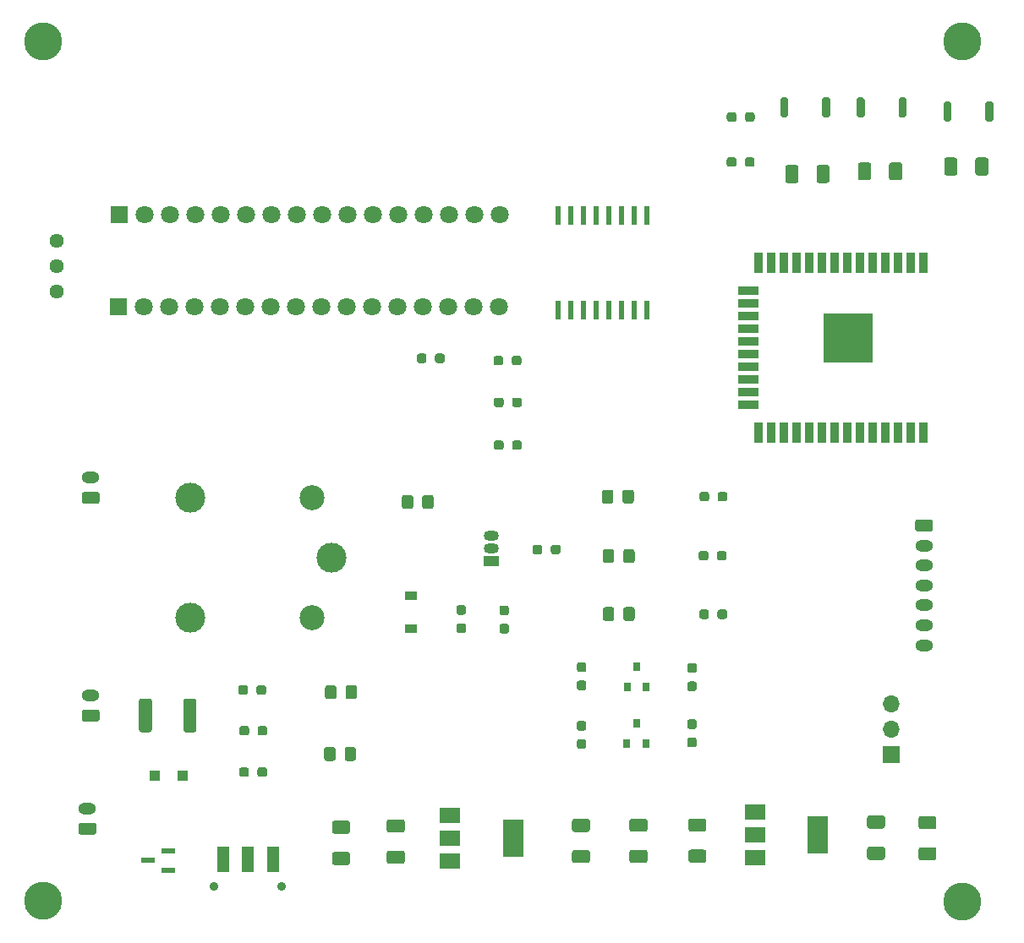
<source format=gbr>
%TF.GenerationSoftware,KiCad,Pcbnew,(5.1.10)-1*%
%TF.CreationDate,2022-05-26T21:18:39-05:00*%
%TF.ProjectId,SE,53452e6b-6963-4616-945f-706362585858,rev?*%
%TF.SameCoordinates,Original*%
%TF.FileFunction,Soldermask,Top*%
%TF.FilePolarity,Negative*%
%FSLAX46Y46*%
G04 Gerber Fmt 4.6, Leading zero omitted, Abs format (unit mm)*
G04 Created by KiCad (PCBNEW (5.1.10)-1) date 2022-05-26 21:18:39*
%MOMM*%
%LPD*%
G01*
G04 APERTURE LIST*
%ADD10C,3.800000*%
%ADD11C,1.800000*%
%ADD12R,1.800000X1.800000*%
%ADD13R,1.320800X0.558800*%
%ADD14R,2.000000X1.500000*%
%ADD15R,2.000000X3.800000*%
%ADD16R,0.568000X1.874000*%
%ADD17R,0.900000X2.000000*%
%ADD18R,2.000000X0.900000*%
%ADD19R,5.000000X5.000000*%
%ADD20C,0.900000*%
%ADD21R,1.250000X2.500000*%
%ADD22C,1.440000*%
%ADD23R,1.500000X1.050000*%
%ADD24O,1.500000X1.050000*%
%ADD25R,0.800000X0.900000*%
%ADD26C,3.000000*%
%ADD27C,2.500000*%
%ADD28O,1.800000X1.200000*%
%ADD29O,1.700000X1.700000*%
%ADD30R,1.700000X1.700000*%
%ADD31R,1.100000X1.100000*%
%ADD32R,1.200000X0.900000*%
G04 APERTURE END LIST*
%TO.C,D8*%
G36*
G01*
X145000000Y-126519999D02*
X145000000Y-127420001D01*
G75*
G02*
X144750001Y-127670000I-249999J0D01*
G01*
X144099999Y-127670000D01*
G75*
G02*
X143850000Y-127420001I0J249999D01*
G01*
X143850000Y-126519999D01*
G75*
G02*
X144099999Y-126270000I249999J0D01*
G01*
X144750001Y-126270000D01*
G75*
G02*
X145000000Y-126519999I0J-249999D01*
G01*
G37*
G36*
G01*
X147050000Y-126519999D02*
X147050000Y-127420001D01*
G75*
G02*
X146800001Y-127670000I-249999J0D01*
G01*
X146149999Y-127670000D01*
G75*
G02*
X145900000Y-127420001I0J249999D01*
G01*
X145900000Y-126519999D01*
G75*
G02*
X146149999Y-126270000I249999J0D01*
G01*
X146800001Y-126270000D01*
G75*
G02*
X147050000Y-126519999I0J-249999D01*
G01*
G37*
%TD*%
%TO.C,D7*%
G36*
G01*
X144910000Y-132709999D02*
X144910000Y-133610001D01*
G75*
G02*
X144660001Y-133860000I-249999J0D01*
G01*
X144009999Y-133860000D01*
G75*
G02*
X143760000Y-133610001I0J249999D01*
G01*
X143760000Y-132709999D01*
G75*
G02*
X144009999Y-132460000I249999J0D01*
G01*
X144660001Y-132460000D01*
G75*
G02*
X144910000Y-132709999I0J-249999D01*
G01*
G37*
G36*
G01*
X146960000Y-132709999D02*
X146960000Y-133610001D01*
G75*
G02*
X146710001Y-133860000I-249999J0D01*
G01*
X146059999Y-133860000D01*
G75*
G02*
X145810000Y-133610001I0J249999D01*
G01*
X145810000Y-132709999D01*
G75*
G02*
X146059999Y-132460000I249999J0D01*
G01*
X146710001Y-132460000D01*
G75*
G02*
X146960000Y-132709999I0J-249999D01*
G01*
G37*
%TD*%
%TO.C,D4*%
G36*
G01*
X153580000Y-108360001D02*
X153580000Y-107459999D01*
G75*
G02*
X153829999Y-107210000I249999J0D01*
G01*
X154480001Y-107210000D01*
G75*
G02*
X154730000Y-107459999I0J-249999D01*
G01*
X154730000Y-108360001D01*
G75*
G02*
X154480001Y-108610000I-249999J0D01*
G01*
X153829999Y-108610000D01*
G75*
G02*
X153580000Y-108360001I0J249999D01*
G01*
G37*
G36*
G01*
X151530000Y-108360001D02*
X151530000Y-107459999D01*
G75*
G02*
X151779999Y-107210000I249999J0D01*
G01*
X152430001Y-107210000D01*
G75*
G02*
X152680000Y-107459999I0J-249999D01*
G01*
X152680000Y-108360001D01*
G75*
G02*
X152430001Y-108610000I-249999J0D01*
G01*
X151779999Y-108610000D01*
G75*
G02*
X151530000Y-108360001I0J249999D01*
G01*
G37*
%TD*%
%TO.C,D3*%
G36*
G01*
X173710000Y-119590001D02*
X173710000Y-118689999D01*
G75*
G02*
X173959999Y-118440000I249999J0D01*
G01*
X174610001Y-118440000D01*
G75*
G02*
X174860000Y-118689999I0J-249999D01*
G01*
X174860000Y-119590001D01*
G75*
G02*
X174610001Y-119840000I-249999J0D01*
G01*
X173959999Y-119840000D01*
G75*
G02*
X173710000Y-119590001I0J249999D01*
G01*
G37*
G36*
G01*
X171660000Y-119590001D02*
X171660000Y-118689999D01*
G75*
G02*
X171909999Y-118440000I249999J0D01*
G01*
X172560001Y-118440000D01*
G75*
G02*
X172810000Y-118689999I0J-249999D01*
G01*
X172810000Y-119590001D01*
G75*
G02*
X172560001Y-119840000I-249999J0D01*
G01*
X171909999Y-119840000D01*
G75*
G02*
X171660000Y-119590001I0J249999D01*
G01*
G37*
%TD*%
%TO.C,D2*%
G36*
G01*
X173710000Y-113780001D02*
X173710000Y-112879999D01*
G75*
G02*
X173959999Y-112630000I249999J0D01*
G01*
X174610001Y-112630000D01*
G75*
G02*
X174860000Y-112879999I0J-249999D01*
G01*
X174860000Y-113780001D01*
G75*
G02*
X174610001Y-114030000I-249999J0D01*
G01*
X173959999Y-114030000D01*
G75*
G02*
X173710000Y-113780001I0J249999D01*
G01*
G37*
G36*
G01*
X171660000Y-113780001D02*
X171660000Y-112879999D01*
G75*
G02*
X171909999Y-112630000I249999J0D01*
G01*
X172560001Y-112630000D01*
G75*
G02*
X172810000Y-112879999I0J-249999D01*
G01*
X172810000Y-113780001D01*
G75*
G02*
X172560001Y-114030000I-249999J0D01*
G01*
X171909999Y-114030000D01*
G75*
G02*
X171660000Y-113780001I0J249999D01*
G01*
G37*
%TD*%
%TO.C,D1*%
G36*
G01*
X173620000Y-107830001D02*
X173620000Y-106929999D01*
G75*
G02*
X173869999Y-106680000I249999J0D01*
G01*
X174520001Y-106680000D01*
G75*
G02*
X174770000Y-106929999I0J-249999D01*
G01*
X174770000Y-107830001D01*
G75*
G02*
X174520001Y-108080000I-249999J0D01*
G01*
X173869999Y-108080000D01*
G75*
G02*
X173620000Y-107830001I0J249999D01*
G01*
G37*
G36*
G01*
X171570000Y-107830001D02*
X171570000Y-106929999D01*
G75*
G02*
X171819999Y-106680000I249999J0D01*
G01*
X172470001Y-106680000D01*
G75*
G02*
X172720000Y-106929999I0J-249999D01*
G01*
X172720000Y-107830001D01*
G75*
G02*
X172470001Y-108080000I-249999J0D01*
G01*
X171819999Y-108080000D01*
G75*
G02*
X171570000Y-107830001I0J249999D01*
G01*
G37*
%TD*%
%TO.C,C10*%
G36*
G01*
X204820001Y-140700000D02*
X203519999Y-140700000D01*
G75*
G02*
X203270000Y-140450001I0J249999D01*
G01*
X203270000Y-139624999D01*
G75*
G02*
X203519999Y-139375000I249999J0D01*
G01*
X204820001Y-139375000D01*
G75*
G02*
X205070000Y-139624999I0J-249999D01*
G01*
X205070000Y-140450001D01*
G75*
G02*
X204820001Y-140700000I-249999J0D01*
G01*
G37*
G36*
G01*
X204820001Y-143825000D02*
X203519999Y-143825000D01*
G75*
G02*
X203270000Y-143575001I0J249999D01*
G01*
X203270000Y-142749999D01*
G75*
G02*
X203519999Y-142500000I249999J0D01*
G01*
X204820001Y-142500000D01*
G75*
G02*
X205070000Y-142749999I0J-249999D01*
G01*
X205070000Y-143575001D01*
G75*
G02*
X204820001Y-143825000I-249999J0D01*
G01*
G37*
%TD*%
%TO.C,C9*%
G36*
G01*
X199680001Y-140640000D02*
X198379999Y-140640000D01*
G75*
G02*
X198130000Y-140390001I0J249999D01*
G01*
X198130000Y-139564999D01*
G75*
G02*
X198379999Y-139315000I249999J0D01*
G01*
X199680001Y-139315000D01*
G75*
G02*
X199930000Y-139564999I0J-249999D01*
G01*
X199930000Y-140390001D01*
G75*
G02*
X199680001Y-140640000I-249999J0D01*
G01*
G37*
G36*
G01*
X199680001Y-143765000D02*
X198379999Y-143765000D01*
G75*
G02*
X198130000Y-143515001I0J249999D01*
G01*
X198130000Y-142689999D01*
G75*
G02*
X198379999Y-142440000I249999J0D01*
G01*
X199680001Y-142440000D01*
G75*
G02*
X199930000Y-142689999I0J-249999D01*
G01*
X199930000Y-143515001D01*
G75*
G02*
X199680001Y-143765000I-249999J0D01*
G01*
G37*
%TD*%
%TO.C,C8*%
G36*
G01*
X175880001Y-140960000D02*
X174579999Y-140960000D01*
G75*
G02*
X174330000Y-140710001I0J249999D01*
G01*
X174330000Y-139884999D01*
G75*
G02*
X174579999Y-139635000I249999J0D01*
G01*
X175880001Y-139635000D01*
G75*
G02*
X176130000Y-139884999I0J-249999D01*
G01*
X176130000Y-140710001D01*
G75*
G02*
X175880001Y-140960000I-249999J0D01*
G01*
G37*
G36*
G01*
X175880001Y-144085000D02*
X174579999Y-144085000D01*
G75*
G02*
X174330000Y-143835001I0J249999D01*
G01*
X174330000Y-143009999D01*
G75*
G02*
X174579999Y-142760000I249999J0D01*
G01*
X175880001Y-142760000D01*
G75*
G02*
X176130000Y-143009999I0J-249999D01*
G01*
X176130000Y-143835001D01*
G75*
G02*
X175880001Y-144085000I-249999J0D01*
G01*
G37*
%TD*%
%TO.C,C7*%
G36*
G01*
X181780001Y-140940000D02*
X180479999Y-140940000D01*
G75*
G02*
X180230000Y-140690001I0J249999D01*
G01*
X180230000Y-139864999D01*
G75*
G02*
X180479999Y-139615000I249999J0D01*
G01*
X181780001Y-139615000D01*
G75*
G02*
X182030000Y-139864999I0J-249999D01*
G01*
X182030000Y-140690001D01*
G75*
G02*
X181780001Y-140940000I-249999J0D01*
G01*
G37*
G36*
G01*
X181780001Y-144065000D02*
X180479999Y-144065000D01*
G75*
G02*
X180230000Y-143815001I0J249999D01*
G01*
X180230000Y-142989999D01*
G75*
G02*
X180479999Y-142740000I249999J0D01*
G01*
X181780001Y-142740000D01*
G75*
G02*
X182030000Y-142989999I0J-249999D01*
G01*
X182030000Y-143815001D01*
G75*
G02*
X181780001Y-144065000I-249999J0D01*
G01*
G37*
%TD*%
%TO.C,C6*%
G36*
G01*
X170130001Y-140970000D02*
X168829999Y-140970000D01*
G75*
G02*
X168580000Y-140720001I0J249999D01*
G01*
X168580000Y-139894999D01*
G75*
G02*
X168829999Y-139645000I249999J0D01*
G01*
X170130001Y-139645000D01*
G75*
G02*
X170380000Y-139894999I0J-249999D01*
G01*
X170380000Y-140720001D01*
G75*
G02*
X170130001Y-140970000I-249999J0D01*
G01*
G37*
G36*
G01*
X170130001Y-144095000D02*
X168829999Y-144095000D01*
G75*
G02*
X168580000Y-143845001I0J249999D01*
G01*
X168580000Y-143019999D01*
G75*
G02*
X168829999Y-142770000I249999J0D01*
G01*
X170130001Y-142770000D01*
G75*
G02*
X170380000Y-143019999I0J-249999D01*
G01*
X170380000Y-143845001D01*
G75*
G02*
X170130001Y-144095000I-249999J0D01*
G01*
G37*
%TD*%
%TO.C,C5*%
G36*
G01*
X146110001Y-141170000D02*
X144809999Y-141170000D01*
G75*
G02*
X144560000Y-140920001I0J249999D01*
G01*
X144560000Y-140094999D01*
G75*
G02*
X144809999Y-139845000I249999J0D01*
G01*
X146110001Y-139845000D01*
G75*
G02*
X146360000Y-140094999I0J-249999D01*
G01*
X146360000Y-140920001D01*
G75*
G02*
X146110001Y-141170000I-249999J0D01*
G01*
G37*
G36*
G01*
X146110001Y-144295000D02*
X144809999Y-144295000D01*
G75*
G02*
X144560000Y-144045001I0J249999D01*
G01*
X144560000Y-143219999D01*
G75*
G02*
X144809999Y-142970000I249999J0D01*
G01*
X146110001Y-142970000D01*
G75*
G02*
X146360000Y-143219999I0J-249999D01*
G01*
X146360000Y-144045001D01*
G75*
G02*
X146110001Y-144295000I-249999J0D01*
G01*
G37*
%TD*%
%TO.C,C4*%
G36*
G01*
X151580001Y-141040000D02*
X150279999Y-141040000D01*
G75*
G02*
X150030000Y-140790001I0J249999D01*
G01*
X150030000Y-139964999D01*
G75*
G02*
X150279999Y-139715000I249999J0D01*
G01*
X151580001Y-139715000D01*
G75*
G02*
X151830000Y-139964999I0J-249999D01*
G01*
X151830000Y-140790001D01*
G75*
G02*
X151580001Y-141040000I-249999J0D01*
G01*
G37*
G36*
G01*
X151580001Y-144165000D02*
X150279999Y-144165000D01*
G75*
G02*
X150030000Y-143915001I0J249999D01*
G01*
X150030000Y-143089999D01*
G75*
G02*
X150279999Y-142840000I249999J0D01*
G01*
X151580001Y-142840000D01*
G75*
G02*
X151830000Y-143089999I0J-249999D01*
G01*
X151830000Y-143915001D01*
G75*
G02*
X151580001Y-144165000I-249999J0D01*
G01*
G37*
%TD*%
%TO.C,C3*%
G36*
G01*
X198530000Y-74129999D02*
X198530000Y-75430001D01*
G75*
G02*
X198280001Y-75680000I-249999J0D01*
G01*
X197454999Y-75680000D01*
G75*
G02*
X197205000Y-75430001I0J249999D01*
G01*
X197205000Y-74129999D01*
G75*
G02*
X197454999Y-73880000I249999J0D01*
G01*
X198280001Y-73880000D01*
G75*
G02*
X198530000Y-74129999I0J-249999D01*
G01*
G37*
G36*
G01*
X201655000Y-74129999D02*
X201655000Y-75430001D01*
G75*
G02*
X201405001Y-75680000I-249999J0D01*
G01*
X200579999Y-75680000D01*
G75*
G02*
X200330000Y-75430001I0J249999D01*
G01*
X200330000Y-74129999D01*
G75*
G02*
X200579999Y-73880000I249999J0D01*
G01*
X201405001Y-73880000D01*
G75*
G02*
X201655000Y-74129999I0J-249999D01*
G01*
G37*
%TD*%
%TO.C,C2*%
G36*
G01*
X207170000Y-73649999D02*
X207170000Y-74950001D01*
G75*
G02*
X206920001Y-75200000I-249999J0D01*
G01*
X206094999Y-75200000D01*
G75*
G02*
X205845000Y-74950001I0J249999D01*
G01*
X205845000Y-73649999D01*
G75*
G02*
X206094999Y-73400000I249999J0D01*
G01*
X206920001Y-73400000D01*
G75*
G02*
X207170000Y-73649999I0J-249999D01*
G01*
G37*
G36*
G01*
X210295000Y-73649999D02*
X210295000Y-74950001D01*
G75*
G02*
X210045001Y-75200000I-249999J0D01*
G01*
X209219999Y-75200000D01*
G75*
G02*
X208970000Y-74950001I0J249999D01*
G01*
X208970000Y-73649999D01*
G75*
G02*
X209219999Y-73400000I249999J0D01*
G01*
X210045001Y-73400000D01*
G75*
G02*
X210295000Y-73649999I0J-249999D01*
G01*
G37*
%TD*%
%TO.C,C1*%
G36*
G01*
X193060000Y-75700001D02*
X193060000Y-74399999D01*
G75*
G02*
X193309999Y-74150000I249999J0D01*
G01*
X194135001Y-74150000D01*
G75*
G02*
X194385000Y-74399999I0J-249999D01*
G01*
X194385000Y-75700001D01*
G75*
G02*
X194135001Y-75950000I-249999J0D01*
G01*
X193309999Y-75950000D01*
G75*
G02*
X193060000Y-75700001I0J249999D01*
G01*
G37*
G36*
G01*
X189935000Y-75700001D02*
X189935000Y-74399999D01*
G75*
G02*
X190184999Y-74150000I249999J0D01*
G01*
X191010001Y-74150000D01*
G75*
G02*
X191260000Y-74399999I0J-249999D01*
G01*
X191260000Y-75700001D01*
G75*
G02*
X191010001Y-75950000I-249999J0D01*
G01*
X190184999Y-75950000D01*
G75*
G02*
X189935000Y-75700001I0J249999D01*
G01*
G37*
%TD*%
D10*
%TO.C,REF\u002A\u002A*%
X115650000Y-147870000D03*
%TD*%
%TO.C,REF\u002A\u002A*%
X207670000Y-147950000D03*
%TD*%
%TO.C,REF\u002A\u002A*%
X207690000Y-61760000D03*
%TD*%
%TO.C,REF\u002A\u002A*%
X115650000Y-61750000D03*
%TD*%
D11*
%TO.C,U2*%
X161290000Y-88340000D03*
X158750000Y-88340000D03*
X156210000Y-88340000D03*
X153670000Y-88340000D03*
X151130000Y-88340000D03*
X148590000Y-88340000D03*
X146050000Y-88340000D03*
X143510000Y-88340000D03*
X140970000Y-88340000D03*
X138430000Y-88340000D03*
X135890000Y-88340000D03*
X133350000Y-88340000D03*
X130810000Y-88340000D03*
X128270000Y-88340000D03*
X125730000Y-88340000D03*
D12*
X123190000Y-88340000D03*
%TD*%
D11*
%TO.C,U3*%
X161310000Y-79160000D03*
X158770000Y-79160000D03*
X156230000Y-79160000D03*
X153690000Y-79160000D03*
X151150000Y-79160000D03*
X148610000Y-79160000D03*
X146070000Y-79160000D03*
X143530000Y-79160000D03*
X140990000Y-79160000D03*
X138450000Y-79160000D03*
X135910000Y-79160000D03*
X133370000Y-79160000D03*
X130830000Y-79160000D03*
X128290000Y-79160000D03*
X125750000Y-79160000D03*
D12*
X123210000Y-79160000D03*
%TD*%
D13*
%TO.C,U7*%
X126104000Y-143820000D03*
X128136000Y-142854800D03*
X128136000Y-144785200D03*
%TD*%
D14*
%TO.C,U6*%
X186920000Y-138960000D03*
X186920000Y-143560000D03*
X186920000Y-141260000D03*
D15*
X193220000Y-141260000D03*
%TD*%
D14*
%TO.C,U5*%
X156370000Y-139330000D03*
X156370000Y-143930000D03*
X156370000Y-141630000D03*
D15*
X162670000Y-141630000D03*
%TD*%
D16*
%TO.C,U4*%
X167205000Y-79195700D03*
X168475000Y-79195700D03*
X169745000Y-79195700D03*
X171015000Y-79195700D03*
X172285000Y-79195700D03*
X173555000Y-79195700D03*
X174825000Y-79195700D03*
X176095000Y-79195700D03*
X176095000Y-88664300D03*
X174825000Y-88664300D03*
X173555000Y-88664300D03*
X172285000Y-88664300D03*
X171015000Y-88664300D03*
X169745000Y-88664300D03*
X168475000Y-88664300D03*
X167205000Y-88664300D03*
%TD*%
D17*
%TO.C,U1*%
X203735000Y-100960000D03*
X202465000Y-100960000D03*
X201195000Y-100960000D03*
X199925000Y-100960000D03*
X198655000Y-100960000D03*
X197385000Y-100960000D03*
X196115000Y-100960000D03*
X194845000Y-100960000D03*
X193575000Y-100960000D03*
X192305000Y-100960000D03*
X191035000Y-100960000D03*
X189765000Y-100960000D03*
X188495000Y-100960000D03*
X187225000Y-100960000D03*
D18*
X186225000Y-98175000D03*
X186225000Y-96905000D03*
X186225000Y-95635000D03*
X186225000Y-94365000D03*
X186225000Y-93095000D03*
X186225000Y-91825000D03*
X186225000Y-90555000D03*
X186225000Y-89285000D03*
X186225000Y-88015000D03*
X186225000Y-86745000D03*
D17*
X187225000Y-83960000D03*
X188495000Y-83960000D03*
X189765000Y-83960000D03*
X191035000Y-83960000D03*
X192305000Y-83960000D03*
X193575000Y-83960000D03*
X194845000Y-83960000D03*
X196115000Y-83960000D03*
X197385000Y-83960000D03*
X198655000Y-83960000D03*
X199925000Y-83960000D03*
X201195000Y-83960000D03*
X202465000Y-83960000D03*
X203735000Y-83960000D03*
D19*
X196235000Y-91460000D03*
%TD*%
D20*
%TO.C,SW4*%
X139530000Y-146470000D03*
X132730000Y-146470000D03*
D21*
X138630000Y-143720000D03*
X136130000Y-143720000D03*
X133630000Y-143720000D03*
%TD*%
%TO.C,SW3*%
G36*
G01*
X210780000Y-67990000D02*
X210780000Y-69590000D01*
G75*
G02*
X210580000Y-69790000I-200000J0D01*
G01*
X210180000Y-69790000D01*
G75*
G02*
X209980000Y-69590000I0J200000D01*
G01*
X209980000Y-67990000D01*
G75*
G02*
X210180000Y-67790000I200000J0D01*
G01*
X210580000Y-67790000D01*
G75*
G02*
X210780000Y-67990000I0J-200000D01*
G01*
G37*
G36*
G01*
X206580000Y-67990000D02*
X206580000Y-69590000D01*
G75*
G02*
X206380000Y-69790000I-200000J0D01*
G01*
X205980000Y-69790000D01*
G75*
G02*
X205780000Y-69590000I0J200000D01*
G01*
X205780000Y-67990000D01*
G75*
G02*
X205980000Y-67790000I200000J0D01*
G01*
X206380000Y-67790000D01*
G75*
G02*
X206580000Y-67990000I0J-200000D01*
G01*
G37*
%TD*%
%TO.C,SW2*%
G36*
G01*
X189430000Y-69160000D02*
X189430000Y-67560000D01*
G75*
G02*
X189630000Y-67360000I200000J0D01*
G01*
X190030000Y-67360000D01*
G75*
G02*
X190230000Y-67560000I0J-200000D01*
G01*
X190230000Y-69160000D01*
G75*
G02*
X190030000Y-69360000I-200000J0D01*
G01*
X189630000Y-69360000D01*
G75*
G02*
X189430000Y-69160000I0J200000D01*
G01*
G37*
G36*
G01*
X193630000Y-69160000D02*
X193630000Y-67560000D01*
G75*
G02*
X193830000Y-67360000I200000J0D01*
G01*
X194230000Y-67360000D01*
G75*
G02*
X194430000Y-67560000I0J-200000D01*
G01*
X194430000Y-69160000D01*
G75*
G02*
X194230000Y-69360000I-200000J0D01*
G01*
X193830000Y-69360000D01*
G75*
G02*
X193630000Y-69160000I0J200000D01*
G01*
G37*
%TD*%
%TO.C,SW1*%
G36*
G01*
X197080000Y-69190000D02*
X197080000Y-67590000D01*
G75*
G02*
X197280000Y-67390000I200000J0D01*
G01*
X197680000Y-67390000D01*
G75*
G02*
X197880000Y-67590000I0J-200000D01*
G01*
X197880000Y-69190000D01*
G75*
G02*
X197680000Y-69390000I-200000J0D01*
G01*
X197280000Y-69390000D01*
G75*
G02*
X197080000Y-69190000I0J200000D01*
G01*
G37*
G36*
G01*
X201280000Y-69190000D02*
X201280000Y-67590000D01*
G75*
G02*
X201480000Y-67390000I200000J0D01*
G01*
X201880000Y-67390000D01*
G75*
G02*
X202080000Y-67590000I0J-200000D01*
G01*
X202080000Y-69190000D01*
G75*
G02*
X201880000Y-69390000I-200000J0D01*
G01*
X201480000Y-69390000D01*
G75*
G02*
X201280000Y-69190000I0J200000D01*
G01*
G37*
%TD*%
D22*
%TO.C,RV1*%
X116960000Y-86820000D03*
X116960000Y-84280000D03*
X116960000Y-81740000D03*
%TD*%
%TO.C,R19*%
G36*
G01*
X162027500Y-119262500D02*
X161552500Y-119262500D01*
G75*
G02*
X161315000Y-119025000I0J237500D01*
G01*
X161315000Y-118525000D01*
G75*
G02*
X161552500Y-118287500I237500J0D01*
G01*
X162027500Y-118287500D01*
G75*
G02*
X162265000Y-118525000I0J-237500D01*
G01*
X162265000Y-119025000D01*
G75*
G02*
X162027500Y-119262500I-237500J0D01*
G01*
G37*
G36*
G01*
X162027500Y-121087500D02*
X161552500Y-121087500D01*
G75*
G02*
X161315000Y-120850000I0J237500D01*
G01*
X161315000Y-120350000D01*
G75*
G02*
X161552500Y-120112500I237500J0D01*
G01*
X162027500Y-120112500D01*
G75*
G02*
X162265000Y-120350000I0J-237500D01*
G01*
X162265000Y-120850000D01*
G75*
G02*
X162027500Y-121087500I-237500J0D01*
G01*
G37*
%TD*%
%TO.C,R18*%
G36*
G01*
X157252500Y-120065000D02*
X157727500Y-120065000D01*
G75*
G02*
X157965000Y-120302500I0J-237500D01*
G01*
X157965000Y-120802500D01*
G75*
G02*
X157727500Y-121040000I-237500J0D01*
G01*
X157252500Y-121040000D01*
G75*
G02*
X157015000Y-120802500I0J237500D01*
G01*
X157015000Y-120302500D01*
G75*
G02*
X157252500Y-120065000I237500J0D01*
G01*
G37*
G36*
G01*
X157252500Y-118240000D02*
X157727500Y-118240000D01*
G75*
G02*
X157965000Y-118477500I0J-237500D01*
G01*
X157965000Y-118977500D01*
G75*
G02*
X157727500Y-119215000I-237500J0D01*
G01*
X157252500Y-119215000D01*
G75*
G02*
X157015000Y-118977500I0J237500D01*
G01*
X157015000Y-118477500D01*
G75*
G02*
X157252500Y-118240000I237500J0D01*
G01*
G37*
%TD*%
%TO.C,R17*%
G36*
G01*
X136975000Y-126987500D02*
X136975000Y-126512500D01*
G75*
G02*
X137212500Y-126275000I237500J0D01*
G01*
X137712500Y-126275000D01*
G75*
G02*
X137950000Y-126512500I0J-237500D01*
G01*
X137950000Y-126987500D01*
G75*
G02*
X137712500Y-127225000I-237500J0D01*
G01*
X137212500Y-127225000D01*
G75*
G02*
X136975000Y-126987500I0J237500D01*
G01*
G37*
G36*
G01*
X135150000Y-126987500D02*
X135150000Y-126512500D01*
G75*
G02*
X135387500Y-126275000I237500J0D01*
G01*
X135887500Y-126275000D01*
G75*
G02*
X136125000Y-126512500I0J-237500D01*
G01*
X136125000Y-126987500D01*
G75*
G02*
X135887500Y-127225000I-237500J0D01*
G01*
X135387500Y-127225000D01*
G75*
G02*
X135150000Y-126987500I0J237500D01*
G01*
G37*
%TD*%
%TO.C,R16*%
G36*
G01*
X137095000Y-131067500D02*
X137095000Y-130592500D01*
G75*
G02*
X137332500Y-130355000I237500J0D01*
G01*
X137832500Y-130355000D01*
G75*
G02*
X138070000Y-130592500I0J-237500D01*
G01*
X138070000Y-131067500D01*
G75*
G02*
X137832500Y-131305000I-237500J0D01*
G01*
X137332500Y-131305000D01*
G75*
G02*
X137095000Y-131067500I0J237500D01*
G01*
G37*
G36*
G01*
X135270000Y-131067500D02*
X135270000Y-130592500D01*
G75*
G02*
X135507500Y-130355000I237500J0D01*
G01*
X136007500Y-130355000D01*
G75*
G02*
X136245000Y-130592500I0J-237500D01*
G01*
X136245000Y-131067500D01*
G75*
G02*
X136007500Y-131305000I-237500J0D01*
G01*
X135507500Y-131305000D01*
G75*
G02*
X135270000Y-131067500I0J237500D01*
G01*
G37*
%TD*%
%TO.C,R15*%
G36*
G01*
X137082500Y-135217500D02*
X137082500Y-134742500D01*
G75*
G02*
X137320000Y-134505000I237500J0D01*
G01*
X137820000Y-134505000D01*
G75*
G02*
X138057500Y-134742500I0J-237500D01*
G01*
X138057500Y-135217500D01*
G75*
G02*
X137820000Y-135455000I-237500J0D01*
G01*
X137320000Y-135455000D01*
G75*
G02*
X137082500Y-135217500I0J237500D01*
G01*
G37*
G36*
G01*
X135257500Y-135217500D02*
X135257500Y-134742500D01*
G75*
G02*
X135495000Y-134505000I237500J0D01*
G01*
X135995000Y-134505000D01*
G75*
G02*
X136232500Y-134742500I0J-237500D01*
G01*
X136232500Y-135217500D01*
G75*
G02*
X135995000Y-135455000I-237500J0D01*
G01*
X135495000Y-135455000D01*
G75*
G02*
X135257500Y-135217500I0J237500D01*
G01*
G37*
%TD*%
%TO.C,R14*%
G36*
G01*
X165615000Y-112442500D02*
X165615000Y-112917500D01*
G75*
G02*
X165377500Y-113155000I-237500J0D01*
G01*
X164877500Y-113155000D01*
G75*
G02*
X164640000Y-112917500I0J237500D01*
G01*
X164640000Y-112442500D01*
G75*
G02*
X164877500Y-112205000I237500J0D01*
G01*
X165377500Y-112205000D01*
G75*
G02*
X165615000Y-112442500I0J-237500D01*
G01*
G37*
G36*
G01*
X167440000Y-112442500D02*
X167440000Y-112917500D01*
G75*
G02*
X167202500Y-113155000I-237500J0D01*
G01*
X166702500Y-113155000D01*
G75*
G02*
X166465000Y-112917500I0J237500D01*
G01*
X166465000Y-112442500D01*
G75*
G02*
X166702500Y-112205000I237500J0D01*
G01*
X167202500Y-112205000D01*
G75*
G02*
X167440000Y-112442500I0J-237500D01*
G01*
G37*
%TD*%
%TO.C,R13*%
G36*
G01*
X185895000Y-74087500D02*
X185895000Y-73612500D01*
G75*
G02*
X186132500Y-73375000I237500J0D01*
G01*
X186632500Y-73375000D01*
G75*
G02*
X186870000Y-73612500I0J-237500D01*
G01*
X186870000Y-74087500D01*
G75*
G02*
X186632500Y-74325000I-237500J0D01*
G01*
X186132500Y-74325000D01*
G75*
G02*
X185895000Y-74087500I0J237500D01*
G01*
G37*
G36*
G01*
X184070000Y-74087500D02*
X184070000Y-73612500D01*
G75*
G02*
X184307500Y-73375000I237500J0D01*
G01*
X184807500Y-73375000D01*
G75*
G02*
X185045000Y-73612500I0J-237500D01*
G01*
X185045000Y-74087500D01*
G75*
G02*
X184807500Y-74325000I-237500J0D01*
G01*
X184307500Y-74325000D01*
G75*
G02*
X184070000Y-74087500I0J237500D01*
G01*
G37*
%TD*%
%TO.C,R12*%
G36*
G01*
X183145000Y-119397500D02*
X183145000Y-118922500D01*
G75*
G02*
X183382500Y-118685000I237500J0D01*
G01*
X183882500Y-118685000D01*
G75*
G02*
X184120000Y-118922500I0J-237500D01*
G01*
X184120000Y-119397500D01*
G75*
G02*
X183882500Y-119635000I-237500J0D01*
G01*
X183382500Y-119635000D01*
G75*
G02*
X183145000Y-119397500I0J237500D01*
G01*
G37*
G36*
G01*
X181320000Y-119397500D02*
X181320000Y-118922500D01*
G75*
G02*
X181557500Y-118685000I237500J0D01*
G01*
X182057500Y-118685000D01*
G75*
G02*
X182295000Y-118922500I0J-237500D01*
G01*
X182295000Y-119397500D01*
G75*
G02*
X182057500Y-119635000I-237500J0D01*
G01*
X181557500Y-119635000D01*
G75*
G02*
X181320000Y-119397500I0J237500D01*
G01*
G37*
%TD*%
%TO.C,R11*%
G36*
G01*
X183085000Y-113537500D02*
X183085000Y-113062500D01*
G75*
G02*
X183322500Y-112825000I237500J0D01*
G01*
X183822500Y-112825000D01*
G75*
G02*
X184060000Y-113062500I0J-237500D01*
G01*
X184060000Y-113537500D01*
G75*
G02*
X183822500Y-113775000I-237500J0D01*
G01*
X183322500Y-113775000D01*
G75*
G02*
X183085000Y-113537500I0J237500D01*
G01*
G37*
G36*
G01*
X181260000Y-113537500D02*
X181260000Y-113062500D01*
G75*
G02*
X181497500Y-112825000I237500J0D01*
G01*
X181997500Y-112825000D01*
G75*
G02*
X182235000Y-113062500I0J-237500D01*
G01*
X182235000Y-113537500D01*
G75*
G02*
X181997500Y-113775000I-237500J0D01*
G01*
X181497500Y-113775000D01*
G75*
G02*
X181260000Y-113537500I0J237500D01*
G01*
G37*
%TD*%
%TO.C,R10*%
G36*
G01*
X180362500Y-125895000D02*
X180837500Y-125895000D01*
G75*
G02*
X181075000Y-126132500I0J-237500D01*
G01*
X181075000Y-126632500D01*
G75*
G02*
X180837500Y-126870000I-237500J0D01*
G01*
X180362500Y-126870000D01*
G75*
G02*
X180125000Y-126632500I0J237500D01*
G01*
X180125000Y-126132500D01*
G75*
G02*
X180362500Y-125895000I237500J0D01*
G01*
G37*
G36*
G01*
X180362500Y-124070000D02*
X180837500Y-124070000D01*
G75*
G02*
X181075000Y-124307500I0J-237500D01*
G01*
X181075000Y-124807500D01*
G75*
G02*
X180837500Y-125045000I-237500J0D01*
G01*
X180362500Y-125045000D01*
G75*
G02*
X180125000Y-124807500I0J237500D01*
G01*
X180125000Y-124307500D01*
G75*
G02*
X180362500Y-124070000I237500J0D01*
G01*
G37*
%TD*%
%TO.C,R9*%
G36*
G01*
X180352500Y-131515000D02*
X180827500Y-131515000D01*
G75*
G02*
X181065000Y-131752500I0J-237500D01*
G01*
X181065000Y-132252500D01*
G75*
G02*
X180827500Y-132490000I-237500J0D01*
G01*
X180352500Y-132490000D01*
G75*
G02*
X180115000Y-132252500I0J237500D01*
G01*
X180115000Y-131752500D01*
G75*
G02*
X180352500Y-131515000I237500J0D01*
G01*
G37*
G36*
G01*
X180352500Y-129690000D02*
X180827500Y-129690000D01*
G75*
G02*
X181065000Y-129927500I0J-237500D01*
G01*
X181065000Y-130427500D01*
G75*
G02*
X180827500Y-130665000I-237500J0D01*
G01*
X180352500Y-130665000D01*
G75*
G02*
X180115000Y-130427500I0J237500D01*
G01*
X180115000Y-129927500D01*
G75*
G02*
X180352500Y-129690000I237500J0D01*
G01*
G37*
%TD*%
%TO.C,R8*%
G36*
G01*
X154865000Y-93757500D02*
X154865000Y-93282500D01*
G75*
G02*
X155102500Y-93045000I237500J0D01*
G01*
X155602500Y-93045000D01*
G75*
G02*
X155840000Y-93282500I0J-237500D01*
G01*
X155840000Y-93757500D01*
G75*
G02*
X155602500Y-93995000I-237500J0D01*
G01*
X155102500Y-93995000D01*
G75*
G02*
X154865000Y-93757500I0J237500D01*
G01*
G37*
G36*
G01*
X153040000Y-93757500D02*
X153040000Y-93282500D01*
G75*
G02*
X153277500Y-93045000I237500J0D01*
G01*
X153777500Y-93045000D01*
G75*
G02*
X154015000Y-93282500I0J-237500D01*
G01*
X154015000Y-93757500D01*
G75*
G02*
X153777500Y-93995000I-237500J0D01*
G01*
X153277500Y-93995000D01*
G75*
G02*
X153040000Y-93757500I0J237500D01*
G01*
G37*
%TD*%
%TO.C,R7*%
G36*
G01*
X162585000Y-102457500D02*
X162585000Y-101982500D01*
G75*
G02*
X162822500Y-101745000I237500J0D01*
G01*
X163322500Y-101745000D01*
G75*
G02*
X163560000Y-101982500I0J-237500D01*
G01*
X163560000Y-102457500D01*
G75*
G02*
X163322500Y-102695000I-237500J0D01*
G01*
X162822500Y-102695000D01*
G75*
G02*
X162585000Y-102457500I0J237500D01*
G01*
G37*
G36*
G01*
X160760000Y-102457500D02*
X160760000Y-101982500D01*
G75*
G02*
X160997500Y-101745000I237500J0D01*
G01*
X161497500Y-101745000D01*
G75*
G02*
X161735000Y-101982500I0J-237500D01*
G01*
X161735000Y-102457500D01*
G75*
G02*
X161497500Y-102695000I-237500J0D01*
G01*
X160997500Y-102695000D01*
G75*
G02*
X160760000Y-102457500I0J237500D01*
G01*
G37*
%TD*%
%TO.C,R6*%
G36*
G01*
X162585000Y-98167500D02*
X162585000Y-97692500D01*
G75*
G02*
X162822500Y-97455000I237500J0D01*
G01*
X163322500Y-97455000D01*
G75*
G02*
X163560000Y-97692500I0J-237500D01*
G01*
X163560000Y-98167500D01*
G75*
G02*
X163322500Y-98405000I-237500J0D01*
G01*
X162822500Y-98405000D01*
G75*
G02*
X162585000Y-98167500I0J237500D01*
G01*
G37*
G36*
G01*
X160760000Y-98167500D02*
X160760000Y-97692500D01*
G75*
G02*
X160997500Y-97455000I237500J0D01*
G01*
X161497500Y-97455000D01*
G75*
G02*
X161735000Y-97692500I0J-237500D01*
G01*
X161735000Y-98167500D01*
G75*
G02*
X161497500Y-98405000I-237500J0D01*
G01*
X160997500Y-98405000D01*
G75*
G02*
X160760000Y-98167500I0J237500D01*
G01*
G37*
%TD*%
%TO.C,R5*%
G36*
G01*
X162545000Y-93987500D02*
X162545000Y-93512500D01*
G75*
G02*
X162782500Y-93275000I237500J0D01*
G01*
X163282500Y-93275000D01*
G75*
G02*
X163520000Y-93512500I0J-237500D01*
G01*
X163520000Y-93987500D01*
G75*
G02*
X163282500Y-94225000I-237500J0D01*
G01*
X162782500Y-94225000D01*
G75*
G02*
X162545000Y-93987500I0J237500D01*
G01*
G37*
G36*
G01*
X160720000Y-93987500D02*
X160720000Y-93512500D01*
G75*
G02*
X160957500Y-93275000I237500J0D01*
G01*
X161457500Y-93275000D01*
G75*
G02*
X161695000Y-93512500I0J-237500D01*
G01*
X161695000Y-93987500D01*
G75*
G02*
X161457500Y-94225000I-237500J0D01*
G01*
X160957500Y-94225000D01*
G75*
G02*
X160720000Y-93987500I0J237500D01*
G01*
G37*
%TD*%
%TO.C,R4*%
G36*
G01*
X169777500Y-124955000D02*
X169302500Y-124955000D01*
G75*
G02*
X169065000Y-124717500I0J237500D01*
G01*
X169065000Y-124217500D01*
G75*
G02*
X169302500Y-123980000I237500J0D01*
G01*
X169777500Y-123980000D01*
G75*
G02*
X170015000Y-124217500I0J-237500D01*
G01*
X170015000Y-124717500D01*
G75*
G02*
X169777500Y-124955000I-237500J0D01*
G01*
G37*
G36*
G01*
X169777500Y-126780000D02*
X169302500Y-126780000D01*
G75*
G02*
X169065000Y-126542500I0J237500D01*
G01*
X169065000Y-126042500D01*
G75*
G02*
X169302500Y-125805000I237500J0D01*
G01*
X169777500Y-125805000D01*
G75*
G02*
X170015000Y-126042500I0J-237500D01*
G01*
X170015000Y-126542500D01*
G75*
G02*
X169777500Y-126780000I-237500J0D01*
G01*
G37*
%TD*%
%TO.C,R3*%
G36*
G01*
X169777500Y-130825000D02*
X169302500Y-130825000D01*
G75*
G02*
X169065000Y-130587500I0J237500D01*
G01*
X169065000Y-130087500D01*
G75*
G02*
X169302500Y-129850000I237500J0D01*
G01*
X169777500Y-129850000D01*
G75*
G02*
X170015000Y-130087500I0J-237500D01*
G01*
X170015000Y-130587500D01*
G75*
G02*
X169777500Y-130825000I-237500J0D01*
G01*
G37*
G36*
G01*
X169777500Y-132650000D02*
X169302500Y-132650000D01*
G75*
G02*
X169065000Y-132412500I0J237500D01*
G01*
X169065000Y-131912500D01*
G75*
G02*
X169302500Y-131675000I237500J0D01*
G01*
X169777500Y-131675000D01*
G75*
G02*
X170015000Y-131912500I0J-237500D01*
G01*
X170015000Y-132412500D01*
G75*
G02*
X169777500Y-132650000I-237500J0D01*
G01*
G37*
%TD*%
%TO.C,R2*%
G36*
G01*
X183165000Y-107617500D02*
X183165000Y-107142500D01*
G75*
G02*
X183402500Y-106905000I237500J0D01*
G01*
X183902500Y-106905000D01*
G75*
G02*
X184140000Y-107142500I0J-237500D01*
G01*
X184140000Y-107617500D01*
G75*
G02*
X183902500Y-107855000I-237500J0D01*
G01*
X183402500Y-107855000D01*
G75*
G02*
X183165000Y-107617500I0J237500D01*
G01*
G37*
G36*
G01*
X181340000Y-107617500D02*
X181340000Y-107142500D01*
G75*
G02*
X181577500Y-106905000I237500J0D01*
G01*
X182077500Y-106905000D01*
G75*
G02*
X182315000Y-107142500I0J-237500D01*
G01*
X182315000Y-107617500D01*
G75*
G02*
X182077500Y-107855000I-237500J0D01*
G01*
X181577500Y-107855000D01*
G75*
G02*
X181340000Y-107617500I0J237500D01*
G01*
G37*
%TD*%
%TO.C,R1*%
G36*
G01*
X185902500Y-69577500D02*
X185902500Y-69102500D01*
G75*
G02*
X186140000Y-68865000I237500J0D01*
G01*
X186640000Y-68865000D01*
G75*
G02*
X186877500Y-69102500I0J-237500D01*
G01*
X186877500Y-69577500D01*
G75*
G02*
X186640000Y-69815000I-237500J0D01*
G01*
X186140000Y-69815000D01*
G75*
G02*
X185902500Y-69577500I0J237500D01*
G01*
G37*
G36*
G01*
X184077500Y-69577500D02*
X184077500Y-69102500D01*
G75*
G02*
X184315000Y-68865000I237500J0D01*
G01*
X184815000Y-68865000D01*
G75*
G02*
X185052500Y-69102500I0J-237500D01*
G01*
X185052500Y-69577500D01*
G75*
G02*
X184815000Y-69815000I-237500J0D01*
G01*
X184315000Y-69815000D01*
G75*
G02*
X184077500Y-69577500I0J237500D01*
G01*
G37*
%TD*%
D23*
%TO.C,Q4*%
X160460000Y-113800000D03*
D24*
X160460000Y-111260000D03*
X160460000Y-112530000D03*
%TD*%
D25*
%TO.C,Q2*%
X175060000Y-124420000D03*
X176010000Y-126420000D03*
X174110000Y-126420000D03*
%TD*%
%TO.C,Q1*%
X175020000Y-130110000D03*
X175970000Y-132110000D03*
X174070000Y-132110000D03*
%TD*%
D26*
%TO.C,K1*%
X144530000Y-113520000D03*
D27*
X142580000Y-119470000D03*
D26*
X130330000Y-119520000D03*
X130380000Y-107470000D03*
D27*
X142580000Y-107470000D03*
%TD*%
D28*
%TO.C,J5*%
X120400000Y-105490000D03*
G36*
G01*
X121050001Y-108090000D02*
X119749999Y-108090000D01*
G75*
G02*
X119500000Y-107840001I0J249999D01*
G01*
X119500000Y-107139999D01*
G75*
G02*
X119749999Y-106890000I249999J0D01*
G01*
X121050001Y-106890000D01*
G75*
G02*
X121300000Y-107139999I0J-249999D01*
G01*
X121300000Y-107840001D01*
G75*
G02*
X121050001Y-108090000I-249999J0D01*
G01*
G37*
%TD*%
%TO.C,J4*%
X120070000Y-138660000D03*
G36*
G01*
X120720001Y-141260000D02*
X119419999Y-141260000D01*
G75*
G02*
X119170000Y-141010001I0J249999D01*
G01*
X119170000Y-140309999D01*
G75*
G02*
X119419999Y-140060000I249999J0D01*
G01*
X120720001Y-140060000D01*
G75*
G02*
X120970000Y-140309999I0J-249999D01*
G01*
X120970000Y-141010001D01*
G75*
G02*
X120720001Y-141260000I-249999J0D01*
G01*
G37*
%TD*%
%TO.C,J3*%
X120380000Y-127310000D03*
G36*
G01*
X121030001Y-129910000D02*
X119729999Y-129910000D01*
G75*
G02*
X119480000Y-129660001I0J249999D01*
G01*
X119480000Y-128959999D01*
G75*
G02*
X119729999Y-128710000I249999J0D01*
G01*
X121030001Y-128710000D01*
G75*
G02*
X121280000Y-128959999I0J-249999D01*
G01*
X121280000Y-129660001D01*
G75*
G02*
X121030001Y-129910000I-249999J0D01*
G01*
G37*
%TD*%
%TO.C,J2*%
X203820000Y-122270000D03*
X203820000Y-120270000D03*
X203820000Y-118270000D03*
X203820000Y-116270000D03*
X203820000Y-114270000D03*
X203820000Y-112270000D03*
G36*
G01*
X203169999Y-109670000D02*
X204470001Y-109670000D01*
G75*
G02*
X204720000Y-109919999I0J-249999D01*
G01*
X204720000Y-110620001D01*
G75*
G02*
X204470001Y-110870000I-249999J0D01*
G01*
X203169999Y-110870000D01*
G75*
G02*
X202920000Y-110620001I0J249999D01*
G01*
X202920000Y-109919999D01*
G75*
G02*
X203169999Y-109670000I249999J0D01*
G01*
G37*
%TD*%
D29*
%TO.C,J1*%
X200520000Y-128140000D03*
X200520000Y-130680000D03*
D30*
X200520000Y-133220000D03*
%TD*%
%TO.C,F1*%
G36*
G01*
X129675000Y-130740000D02*
X129675000Y-127840000D01*
G75*
G02*
X129925000Y-127590000I250000J0D01*
G01*
X130725000Y-127590000D01*
G75*
G02*
X130975000Y-127840000I0J-250000D01*
G01*
X130975000Y-130740000D01*
G75*
G02*
X130725000Y-130990000I-250000J0D01*
G01*
X129925000Y-130990000D01*
G75*
G02*
X129675000Y-130740000I0J250000D01*
G01*
G37*
G36*
G01*
X125225000Y-130740000D02*
X125225000Y-127840000D01*
G75*
G02*
X125475000Y-127590000I250000J0D01*
G01*
X126275000Y-127590000D01*
G75*
G02*
X126525000Y-127840000I0J-250000D01*
G01*
X126525000Y-130740000D01*
G75*
G02*
X126275000Y-130990000I-250000J0D01*
G01*
X125475000Y-130990000D01*
G75*
G02*
X125225000Y-130740000I0J250000D01*
G01*
G37*
%TD*%
D31*
%TO.C,D6*%
X129610000Y-135370000D03*
X126810000Y-135370000D03*
%TD*%
D32*
%TO.C,D5*%
X152440000Y-117310000D03*
X152440000Y-120610000D03*
%TD*%
M02*

</source>
